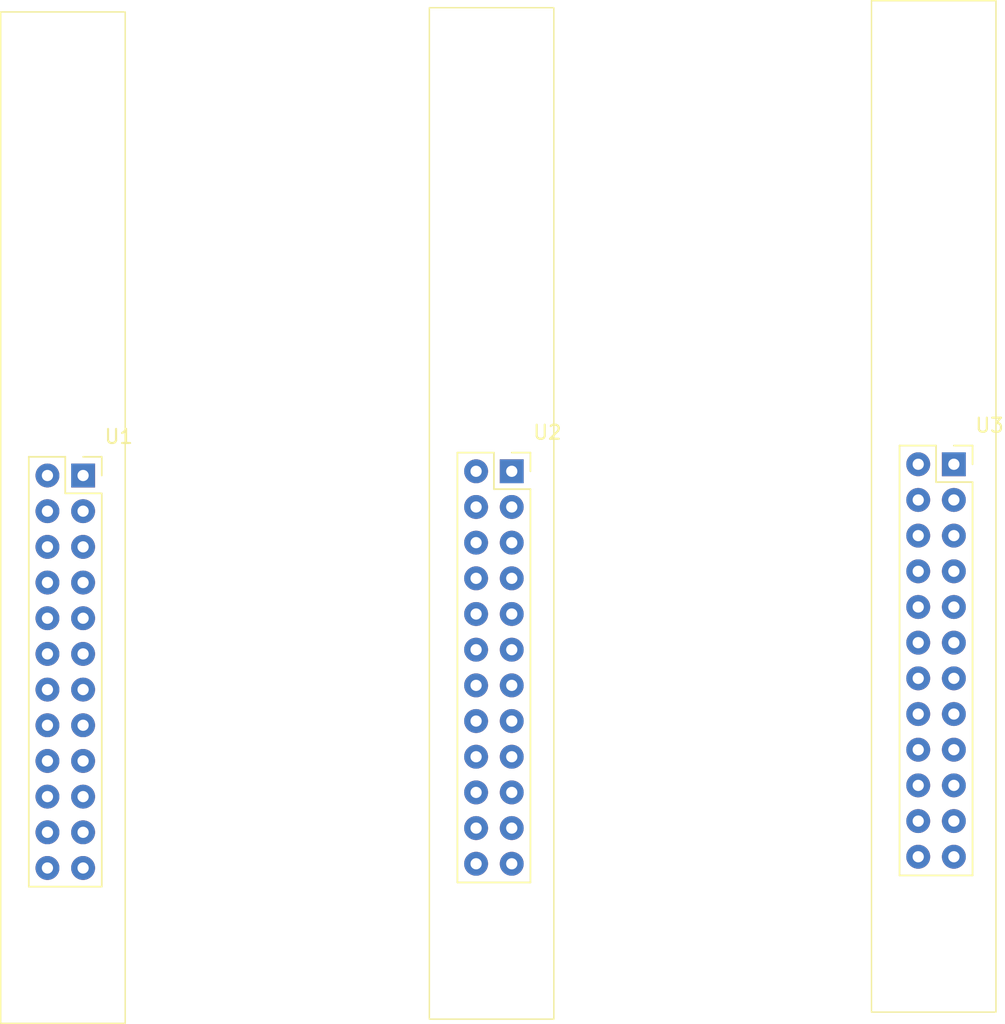
<source format=kicad_pcb>
(kicad_pcb (version 20241229) (generator "pcbnew") (generator_version "9.0")
  (layers (0 "F.Cu" signal) (2 "B.Cu" signal) (13 "F.Paste" user) (15 "B.Paste" user) (5 "F.SilkS" user "F.Silkscreen") (7 "B.SilkS" user "B.Silkscreen") (1 "F.Mask" user) (3 "B.Mask" user) (25 "Edge.Cuts" user))
  (net 0 "")
  (net 1 "VCC")
  (net 2 "DBUS0")
  (net 3 "RST")
  (net 5 "DBUS5")
  (net 6 "DBUS6")
  (net 7 "DBUS4")
  (net 8 "GND")
  (net 11 "PHI_{2}")
  (net 12 "DBUS2")
  (net 13 "DBUS3")
  (net 14 "DBUS1")
  (net 15 "DBUS7")
  (footprint "lncpu:LNCPU_GP_Register" (layer "F.Cu") (at 196.77 99.81)
    (property "Reference" "U3" (at 2.54 -2.77 0) (layer "F.SilkS"))
    (property "Value" "RD")
    (fp_line (start -3.87 -1.33) (end -3.87 29.27) (stroke (width 0.12)) (layer "F.SilkS"))
    (fp_line (start -3.87 -1.33) (end -1.27 -1.33) (stroke (width 0.12)) (layer "F.SilkS"))
    (fp_line (start -3.87 29.27) (end 1.33 29.27) (stroke (width 0.12)) (layer "F.SilkS"))
    (fp_line (start -1.27 -1.33) (end -1.27 1.27) (stroke (width 0.12)) (layer "F.SilkS"))
    (fp_line (start -1.27 1.27) (end 1.33 1.27) (stroke (width 0.12)) (layer "F.SilkS"))
    (fp_line (start 0 -1.33) (end 1.33 -1.33) (stroke (width 0.12)) (layer "F.SilkS"))
    (fp_line (start 1.33 -1.33) (end 1.33 0) (stroke (width 0.12)) (layer "F.SilkS"))
    (fp_line (start 1.33 1.27) (end 1.33 29.27) (stroke (width 0.12)) (layer "F.SilkS"))
    (fp_rect (start -5.87 -33) (end 3 39) (stroke (width 0.1)) (fill no) (layer "F.SilkS"))
    (pad "" np_thru_hole circle (at -1.27 -3.81) (size 2 2) (drill 2) (layers "*.Cu" "*.Mask"))
    (pad "1" thru_hole rect (at 0 0) (size 1.7 1.7) (drill 0.8) (layers "*.Cu" "*.Mask") (net 8 "GND"))
    (pad "2" thru_hole circle (at -2.54 0) (size 1.7 1.7) (drill 0.8) (layers "*.Cu" "*.Mask") (net 1 "VCC"))
    (pad "3" thru_hole circle (at 0 2.54) (size 1.7 1.7) (drill 0.8) (layers "*.Cu" "*.Mask") (net 11 "PHI_{2}"))
    (pad "4" thru_hole circle (at -2.54 2.54) (size 1.7 1.7) (drill 0.8) (layers "*.Cu" "*.Mask") (net 2 "DBUS0"))
    (pad "5" thru_hole circle (at 0 5.08) (size 1.7 1.7) (drill 0.8) (layers "*.Cu" "*.Mask"))
    (pad "6" thru_hole circle (at -2.54 5.08) (size 1.7 1.7) (drill 0.8) (layers "*.Cu" "*.Mask") (net 14 "DBUS1"))
    (pad "7" thru_hole circle (at 0 7.62) (size 1.7 1.7) (drill 0.8) (layers "*.Cu" "*.Mask"))
    (pad "8" thru_hole circle (at -2.54 7.62) (size 1.7 1.7) (drill 0.8) (layers "*.Cu" "*.Mask") (net 12 "DBUS2"))
    (pad "9" thru_hole circle (at 0 10.16) (size 1.7 1.7) (drill 0.8) (layers "*.Cu" "*.Mask"))
    (pad "10" thru_hole circle (at -2.54 10.16) (size 1.7 1.7) (drill 0.8) (layers "*.Cu" "*.Mask") (net 13 "DBUS3"))
    (pad "11" thru_hole circle (at 0 12.7) (size 1.7 1.7) (drill 0.8) (layers "*.Cu" "*.Mask"))
    (pad "12" thru_hole circle (at -2.54 12.7) (size 1.7 1.7) (drill 0.8) (layers "*.Cu" "*.Mask") (net 7 "DBUS4"))
    (pad "13" thru_hole circle (at 0 15.24) (size 1.7 1.7) (drill 0.8) (layers "*.Cu" "*.Mask"))
    (pad "14" thru_hole circle (at -2.54 15.24) (size 1.7 1.7) (drill 0.8) (layers "*.Cu" "*.Mask") (net 5 "DBUS5"))
    (pad "15" thru_hole circle (at 0 17.78) (size 1.7 1.7) (drill 0.8) (layers "*.Cu" "*.Mask"))
    (pad "16" thru_hole circle (at -2.54 17.78) (size 1.7 1.7) (drill 0.8) (layers "*.Cu" "*.Mask") (net 6 "DBUS6"))
    (pad "17" thru_hole circle (at 0 20.32) (size 1.7 1.7) (drill 0.8) (layers "*.Cu" "*.Mask") (net 8 "GND"))
    (pad "18" thru_hole circle (at -2.54 20.32) (size 1.7 1.7) (drill 0.8) (layers "*.Cu" "*.Mask") (net 15 "DBUS7"))
    (pad "19" thru_hole circle (at 0 22.86) (size 1.7 1.7) (drill 0.8) (layers "*.Cu" "*.Mask") (net 3 "RST"))
    (pad "20" thru_hole circle (at -2.54 22.86) (size 1.7 1.7) (drill 0.8) (layers "*.Cu" "*.Mask") (net 8 "GND"))
    (pad "21" thru_hole circle (at 0 25.4) (size 1.7 1.7) (drill 0.8) (layers "*.Cu" "*.Mask"))
    (pad "22" thru_hole circle (at -2.54 25.4) (size 1.7 1.7) (drill 0.8) (layers "*.Cu" "*.Mask") (net 8 "GND"))
    (pad "23" thru_hole circle (at 0 27.94) (size 1.7 1.7) (drill 0.8) (layers "*.Cu" "*.Mask"))
    (pad "24" thru_hole circle (at -2.54 27.94) (size 1.7 1.7) (drill 0.8) (layers "*.Cu" "*.Mask") (net 1 "VCC"))
  )
  (footprint "lncpu:LNCPU_GP_Register" (layer "F.Cu") (at 165.27 100.31)
    (property "Reference" "U2" (at 2.54 -2.77 0) (layer "F.SilkS"))
    (property "Value" "RC")
    (fp_line (start -3.87 -1.33) (end -3.87 29.27) (stroke (width 0.12)) (layer "F.SilkS"))
    (fp_line (start -3.87 -1.33) (end -1.27 -1.33) (stroke (width 0.12)) (layer "F.SilkS"))
    (fp_line (start -3.87 29.27) (end 1.33 29.27) (stroke (width 0.12)) (layer "F.SilkS"))
    (fp_line (start -1.27 -1.33) (end -1.27 1.27) (stroke (width 0.12)) (layer "F.SilkS"))
    (fp_line (start -1.27 1.27) (end 1.33 1.27) (stroke (width 0.12)) (layer "F.SilkS"))
    (fp_line (start 0 -1.33) (end 1.33 -1.33) (stroke (width 0.12)) (layer "F.SilkS"))
    (fp_line (start 1.33 -1.33) (end 1.33 0) (stroke (width 0.12)) (layer "F.SilkS"))
    (fp_line (start 1.33 1.27) (end 1.33 29.27) (stroke (width 0.12)) (layer "F.SilkS"))
    (fp_rect (start -5.87 -33) (end 3 39) (stroke (width 0.1)) (fill no) (layer "F.SilkS"))
    (pad "" np_thru_hole circle (at -1.27 -3.81) (size 2 2) (drill 2) (layers "*.Cu" "*.Mask"))
    (pad "1" thru_hole rect (at 0 0) (size 1.7 1.7) (drill 0.8) (layers "*.Cu" "*.Mask") (net 8 "GND"))
    (pad "2" thru_hole circle (at -2.54 0) (size 1.7 1.7) (drill 0.8) (layers "*.Cu" "*.Mask") (net 1 "VCC"))
    (pad "3" thru_hole circle (at 0 2.54) (size 1.7 1.7) (drill 0.8) (layers "*.Cu" "*.Mask") (net 11 "PHI_{2}"))
    (pad "4" thru_hole circle (at -2.54 2.54) (size 1.7 1.7) (drill 0.8) (layers "*.Cu" "*.Mask") (net 2 "DBUS0"))
    (pad "5" thru_hole circle (at 0 5.08) (size 1.7 1.7) (drill 0.8) (layers "*.Cu" "*.Mask"))
    (pad "6" thru_hole circle (at -2.54 5.08) (size 1.7 1.7) (drill 0.8) (layers "*.Cu" "*.Mask") (net 14 "DBUS1"))
    (pad "7" thru_hole circle (at 0 7.62) (size 1.7 1.7) (drill 0.8) (layers "*.Cu" "*.Mask"))
    (pad "8" thru_hole circle (at -2.54 7.62) (size 1.7 1.7) (drill 0.8) (layers "*.Cu" "*.Mask") (net 12 "DBUS2"))
    (pad "9" thru_hole circle (at 0 10.16) (size 1.7 1.7) (drill 0.8) (layers "*.Cu" "*.Mask"))
    (pad "10" thru_hole circle (at -2.54 10.16) (size 1.7 1.7) (drill 0.8) (layers "*.Cu" "*.Mask") (net 13 "DBUS3"))
    (pad "11" thru_hole circle (at 0 12.7) (size 1.7 1.7) (drill 0.8) (layers "*.Cu" "*.Mask"))
    (pad "12" thru_hole circle (at -2.54 12.7) (size 1.7 1.7) (drill 0.8) (layers "*.Cu" "*.Mask") (net 7 "DBUS4"))
    (pad "13" thru_hole circle (at 0 15.24) (size 1.7 1.7) (drill 0.8) (layers "*.Cu" "*.Mask"))
    (pad "14" thru_hole circle (at -2.54 15.24) (size 1.7 1.7) (drill 0.8) (layers "*.Cu" "*.Mask") (net 5 "DBUS5"))
    (pad "15" thru_hole circle (at 0 17.78) (size 1.7 1.7) (drill 0.8) (layers "*.Cu" "*.Mask"))
    (pad "16" thru_hole circle (at -2.54 17.78) (size 1.7 1.7) (drill 0.8) (layers "*.Cu" "*.Mask") (net 6 "DBUS6"))
    (pad "17" thru_hole circle (at 0 20.32) (size 1.7 1.7) (drill 0.8) (layers "*.Cu" "*.Mask") (net 8 "GND"))
    (pad "18" thru_hole circle (at -2.54 20.32) (size 1.7 1.7) (drill 0.8) (layers "*.Cu" "*.Mask") (net 15 "DBUS7"))
    (pad "19" thru_hole circle (at 0 22.86) (size 1.7 1.7) (drill 0.8) (layers "*.Cu" "*.Mask") (net 3 "RST"))
    (pad "20" thru_hole circle (at -2.54 22.86) (size 1.7 1.7) (drill 0.8) (layers "*.Cu" "*.Mask") (net 8 "GND"))
    (pad "21" thru_hole circle (at 0 25.4) (size 1.7 1.7) (drill 0.8) (layers "*.Cu" "*.Mask"))
    (pad "22" thru_hole circle (at -2.54 25.4) (size 1.7 1.7) (drill 0.8) (layers "*.Cu" "*.Mask") (net 8 "GND"))
    (pad "23" thru_hole circle (at 0 27.94) (size 1.7 1.7) (drill 0.8) (layers "*.Cu" "*.Mask"))
    (pad "24" thru_hole circle (at -2.54 27.94) (size 1.7 1.7) (drill 0.8) (layers "*.Cu" "*.Mask") (net 1 "VCC"))
  )
  (footprint "lncpu:LNCPU_GP_Register" (layer "F.Cu") (at 134.73 100.61)
    (property "Reference" "U1" (at 2.54 -2.77 0) (layer "F.SilkS"))
    (property "Value" "RB")
    (fp_line (start -3.87 -1.33) (end -3.87 29.27) (stroke (width 0.12)) (layer "F.SilkS"))
    (fp_line (start -3.87 -1.33) (end -1.27 -1.33) (stroke (width 0.12)) (layer "F.SilkS"))
    (fp_line (start -3.87 29.27) (end 1.33 29.27) (stroke (width 0.12)) (layer "F.SilkS"))
    (fp_line (start -1.27 -1.33) (end -1.27 1.27) (stroke (width 0.12)) (layer "F.SilkS"))
    (fp_line (start -1.27 1.27) (end 1.33 1.27) (stroke (width 0.12)) (layer "F.SilkS"))
    (fp_line (start 0 -1.33) (end 1.33 -1.33) (stroke (width 0.12)) (layer "F.SilkS"))
    (fp_line (start 1.33 -1.33) (end 1.33 0) (stroke (width 0.12)) (layer "F.SilkS"))
    (fp_line (start 1.33 1.27) (end 1.33 29.27) (stroke (width 0.12)) (layer "F.SilkS"))
    (fp_rect (start -5.87 -33) (end 3 39) (stroke (width 0.1)) (fill no) (layer "F.SilkS"))
    (pad "" np_thru_hole circle (at -1.27 -3.81) (size 2 2) (drill 2) (layers "*.Cu" "*.Mask"))
    (pad "1" thru_hole rect (at 0 0) (size 1.7 1.7) (drill 0.8) (layers "*.Cu" "*.Mask") (net 8 "GND"))
    (pad "2" thru_hole circle (at -2.54 0) (size 1.7 1.7) (drill 0.8) (layers "*.Cu" "*.Mask") (net 1 "VCC"))
    (pad "3" thru_hole circle (at 0 2.54) (size 1.7 1.7) (drill 0.8) (layers "*.Cu" "*.Mask") (net 11 "PHI_{2}"))
    (pad "4" thru_hole circle (at -2.54 2.54) (size 1.7 1.7) (drill 0.8) (layers "*.Cu" "*.Mask") (net 2 "DBUS0"))
    (pad "5" thru_hole circle (at 0 5.08) (size 1.7 1.7) (drill 0.8) (layers "*.Cu" "*.Mask"))
    (pad "6" thru_hole circle (at -2.54 5.08) (size 1.7 1.7) (drill 0.8) (layers "*.Cu" "*.Mask") (net 14 "DBUS1"))
    (pad "7" thru_hole circle (at 0 7.62) (size 1.7 1.7) (drill 0.8) (layers "*.Cu" "*.Mask"))
    (pad "8" thru_hole circle (at -2.54 7.62) (size 1.7 1.7) (drill 0.8) (layers "*.Cu" "*.Mask") (net 12 "DBUS2"))
    (pad "9" thru_hole circle (at 0 10.16) (size 1.7 1.7) (drill 0.8) (layers "*.Cu" "*.Mask"))
    (pad "10" thru_hole circle (at -2.54 10.16) (size 1.7 1.7) (drill 0.8) (layers "*.Cu" "*.Mask") (net 13 "DBUS3"))
    (pad "11" thru_hole circle (at 0 12.7) (size 1.7 1.7) (drill 0.8) (layers "*.Cu" "*.Mask"))
    (pad "12" thru_hole circle (at -2.54 12.7) (size 1.7 1.7) (drill 0.8) (layers "*.Cu" "*.Mask") (net 7 "DBUS4"))
    (pad "13" thru_hole circle (at 0 15.24) (size 1.7 1.7) (drill 0.8) (layers "*.Cu" "*.Mask"))
    (pad "14" thru_hole circle (at -2.54 15.24) (size 1.7 1.7) (drill 0.8) (layers "*.Cu" "*.Mask") (net 5 "DBUS5"))
    (pad "15" thru_hole circle (at 0 17.78) (size 1.7 1.7) (drill 0.8) (layers "*.Cu" "*.Mask"))
    (pad "16" thru_hole circle (at -2.54 17.78) (size 1.7 1.7) (drill 0.8) (layers "*.Cu" "*.Mask") (net 6 "DBUS6"))
    (pad "17" thru_hole circle (at 0 20.32) (size 1.7 1.7) (drill 0.8) (layers "*.Cu" "*.Mask") (net 8 "GND"))
    (pad "18" thru_hole circle (at -2.54 20.32) (size 1.7 1.7) (drill 0.8) (layers "*.Cu" "*.Mask") (net 15 "DBUS7"))
    (pad "19" thru_hole circle (at 0 22.86) (size 1.7 1.7) (drill 0.8) (layers "*.Cu" "*.Mask") (net 3 "RST"))
    (pad "20" thru_hole circle (at -2.54 22.86) (size 1.7 1.7) (drill 0.8) (layers "*.Cu" "*.Mask") (net 8 "GND"))
    (pad "21" thru_hole circle (at 0 25.4) (size 1.7 1.7) (drill 0.8) (layers "*.Cu" "*.Mask"))
    (pad "22" thru_hole circle (at -2.54 25.4) (size 1.7 1.7) (drill 0.8) (layers "*.Cu" "*.Mask") (net 8 "GND"))
    (pad "23" thru_hole circle (at 0 27.94) (size 1.7 1.7) (drill 0.8) (layers "*.Cu" "*.Mask"))
    (pad "24" thru_hole circle (at -2.54 27.94) (size 1.7 1.7) (drill 0.8) (layers "*.Cu" "*.Mask") (net 1 "VCC"))
  )
)
</source>
